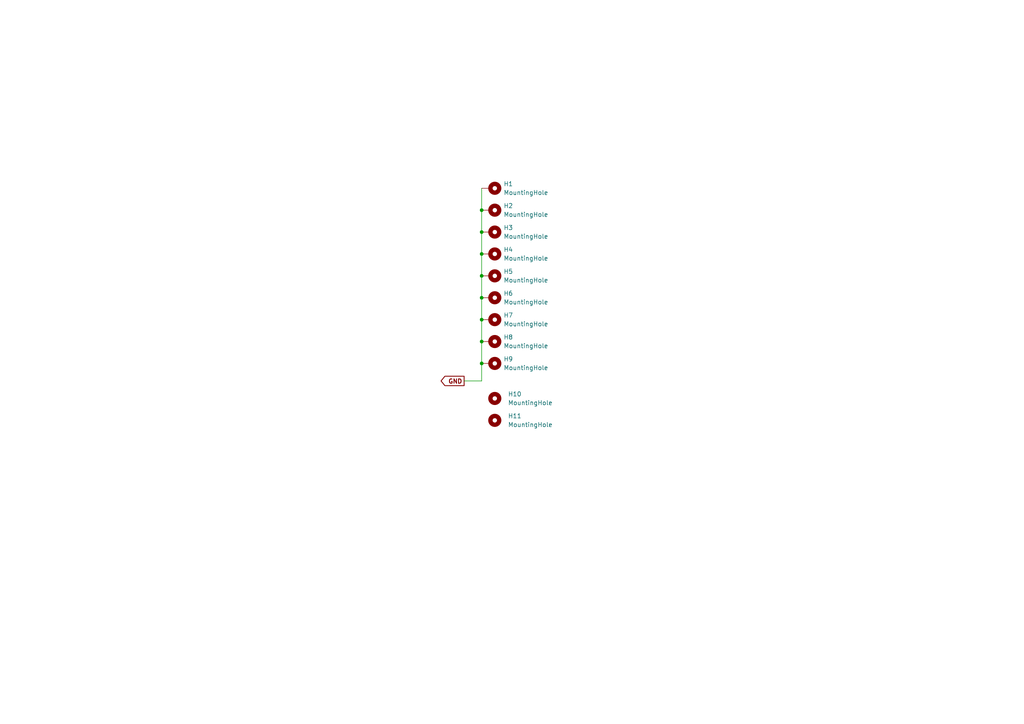
<source format=kicad_sch>
(kicad_sch (version 20231120) (generator "eeschema") (generator_version "8.0")
  (paper "A4")
  (lib_symbols
    (symbol "Mechanical:MountingHole" (pin_names (offset 1.016))
      (property "Reference" "H" (at 0 5.08 0))
      (property "Value" "MountingHole" (at 0 3.175 0))
      (symbol "MountingHole_0_1"
        (circle (center 0 0) (radius 1.27) (stroke (width 1.27)))
      )
    )
    (symbol "Mechanical:MountingHole_Pad" (pin_numbers hide) (pin_names (offset 1.016) hide)
      (property "Reference" "H" (at 0 6.35 0))
      (property "Value" "MountingHole_Pad" (at 0 4.445 0))
      (symbol "MountingHole_Pad_0_1"
        (circle (center 0 1.27) (radius 1.27) (stroke (width 1.27)))
      )
      (symbol "MountingHole_Pad_1_1"
        (pin input line (at 0 -2.54 90) (length 2.54) (name "1") (number "1"))
      )
    )
  )
  (junction (at 139.7 99.06))
  (junction (at 139.7 80.01))
  (junction (at 139.7 92.71))
  (junction (at 139.7 86.36))
  (junction (at 139.7 60.96))
  (junction (at 139.7 67.31))
  (junction (at 139.7 73.66))
  (junction (at 139.7 105.41))
  (wire (pts (xy 139.7 110.49) (xy 139.7 105.41)))
  (wire (pts (xy 139.7 67.31) (xy 139.7 73.66)))
  (wire (pts (xy 139.7 73.66) (xy 139.7 80.01)))
  (wire (pts (xy 134.62 110.49) (xy 139.7 110.49)))
  (wire (pts (xy 139.7 86.36) (xy 139.7 92.71)))
  (wire (pts (xy 139.7 60.96) (xy 139.7 67.31)))
  (wire (pts (xy 139.7 99.06) (xy 139.7 105.41)))
  (wire (pts (xy 139.7 92.71) (xy 139.7 99.06)))
  (wire (pts (xy 139.7 54.61) (xy 139.7 60.96)))
  (wire (pts (xy 139.7 80.01) (xy 139.7 86.36)))
  (global_label "GND" (shape output) (at 134.62 110.49 180) (effects (font (bold yes))) (property "Intersheetrefs" "${INTERSHEET_REFS}" (effects (hide yes))))
  (symbol (lib_id "Mechanical:MountingHole_Pad") (at 142.24 99.06 270) (unit 1)
    (property "Reference" "H8" (at 146.05 97.79 90) (effects (justify left)))
    (property "Value" "MountingHole" (at 146.05 100.33 90) (effects (justify left)))
    (property "Footprint" "footprints:MountingHole_3.2mm_M3_Pad_TopBottom_LargeIsolation" (effects (hide yes)))
  )
  (symbol (lib_id "Mechanical:MountingHole_Pad") (at 142.24 60.96 270) (unit 1)
    (property "Reference" "H2" (at 146.05 59.69 90) (effects (justify left)))
    (property "Value" "MountingHole" (at 146.05 62.23 90) (effects (justify left)))
    (property "Footprint" "footprints:MountingHole_3.2mm_M3_Pad_TopBottom_LargeIsolation" (effects (hide yes)))
  )
  (symbol (lib_id "Mechanical:MountingHole_Pad") (at 142.24 54.61 270) (unit 1)
    (property "Reference" "H1" (at 146.05 53.34 90) (effects (justify left)))
    (property "Value" "MountingHole" (at 146.05 55.88 90) (effects (justify left)))
    (property "Footprint" "footprints:MountingHole_3.2mm_M3_Pad_TopBottom_LargeIsolation" (effects (hide yes)))
  )
  (symbol (lib_id "Mechanical:MountingHole_Pad") (at 142.24 86.36 270) (unit 1)
    (property "Reference" "H6" (at 146.05 85.09 90) (effects (justify left)))
    (property "Value" "MountingHole" (at 146.05 87.63 90) (effects (justify left)))
    (property "Footprint" "footprints:MountingHole_3.2mm_M3_Pad_TopBottom_LargeIsolation" (effects (hide yes)))
  )
  (symbol (lib_id "Mechanical:MountingHole_Pad") (at 142.24 73.66 270) (unit 1)
    (property "Reference" "H4" (at 146.05 72.39 90) (effects (justify left)))
    (property "Value" "MountingHole" (at 146.05 74.93 90) (effects (justify left)))
    (property "Footprint" "footprints:MountingHole_3.2mm_M3_Pad_TopBottom_LargeIsolation" (effects (hide yes)))
  )
  (symbol (lib_id "Mechanical:MountingHole") (at 143.51 115.57 270) (unit 1)
    (property "Reference" "H10" (at 147.32 114.3 90) (effects (justify left)))
    (property "Value" "MountingHole" (at 147.32 116.84 90) (effects (justify left)))
    (property "Footprint" "footprints:MountingHole_3.2mm_M3_Pad_TopBottom_LargeIsolation" (effects (hide yes)))
  )
  (symbol (lib_id "Mechanical:MountingHole_Pad") (at 142.24 67.31 270) (unit 1)
    (property "Reference" "H3" (at 146.05 66.04 90) (effects (justify left)))
    (property "Value" "MountingHole" (at 146.05 68.58 90) (effects (justify left)))
    (property "Footprint" "footprints:MountingHole_3.2mm_M3_Pad_TopBottom_LargeIsolation" (effects (hide yes)))
  )
  (symbol (lib_id "Mechanical:MountingHole_Pad") (at 142.24 80.01 270) (unit 1)
    (property "Reference" "H5" (at 146.05 78.74 90) (effects (justify left)))
    (property "Value" "MountingHole" (at 146.05 81.28 90) (effects (justify left)))
    (property "Footprint" "footprints:MountingHole_3.2mm_M3_Pad_TopBottom_LargeIsolation" (effects (hide yes)))
  )
  (symbol (lib_id "Mechanical:MountingHole") (at 143.51 121.92 270) (unit 1)
    (property "Reference" "H11" (at 147.32 120.65 90) (effects (justify left)))
    (property "Value" "MountingHole" (at 147.32 123.19 90) (effects (justify left)))
    (property "Footprint" "footprints:MountingHole_3.2mm_M3_Pad_TopBottom_LargeIsolation" (effects (hide yes)))
  )
  (symbol (lib_id "Mechanical:MountingHole_Pad") (at 142.24 92.71 270) (unit 1)
    (property "Reference" "H7" (at 146.05 91.44 90) (effects (justify left)))
    (property "Value" "MountingHole" (at 146.05 93.98 90) (effects (justify left)))
    (property "Footprint" "footprints:MountingHole_3.2mm_M3_Pad_TopBottom_LargeIsolation" (effects (hide yes)))
  )
  (symbol (lib_id "Mechanical:MountingHole_Pad") (at 142.24 105.41 270) (unit 1)
    (property "Reference" "H9" (at 146.05 104.14 90) (effects (justify left)))
    (property "Value" "MountingHole" (at 146.05 106.68 90) (effects (justify left)))
    (property "Footprint" "footprints:MountingHole_3.2mm_M3_Pad_TopBottom_LargeIsolation" (effects (hide yes)))
  )
)
</source>
